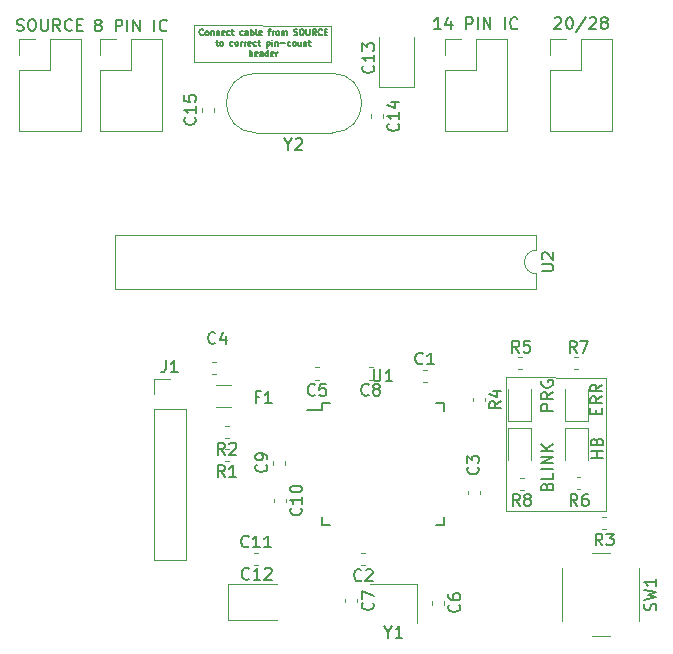
<source format=gbr>
G04 #@! TF.GenerationSoftware,KiCad,Pcbnew,5.1.5+dfsg1-2build2*
G04 #@! TF.CreationDate,2020-09-10T12:50:31-04:00*
G04 #@! TF.ProjectId,multi-avr,6d756c74-692d-4617-9672-2e6b69636164,rev?*
G04 #@! TF.SameCoordinates,Original*
G04 #@! TF.FileFunction,Legend,Top*
G04 #@! TF.FilePolarity,Positive*
%FSLAX46Y46*%
G04 Gerber Fmt 4.6, Leading zero omitted, Abs format (unit mm)*
G04 Created by KiCad (PCBNEW 5.1.5+dfsg1-2build2) date 2020-09-10 12:50:31*
%MOMM*%
%LPD*%
G04 APERTURE LIST*
%ADD10C,0.120000*%
%ADD11C,0.127000*%
%ADD12C,0.150000*%
G04 APERTURE END LIST*
D10*
X144925000Y-68850000D02*
X144925000Y-65700000D01*
X145250000Y-68850000D02*
X144925000Y-68850000D01*
X156500000Y-68850000D02*
X145250000Y-68850000D01*
X156500000Y-65775000D02*
X156500000Y-68850000D01*
X144950000Y-65700000D02*
X156500000Y-65775000D01*
D11*
X145670809Y-66492428D02*
X145646619Y-66516619D01*
X145574047Y-66540809D01*
X145525666Y-66540809D01*
X145453095Y-66516619D01*
X145404714Y-66468238D01*
X145380523Y-66419857D01*
X145356333Y-66323095D01*
X145356333Y-66250523D01*
X145380523Y-66153761D01*
X145404714Y-66105380D01*
X145453095Y-66057000D01*
X145525666Y-66032809D01*
X145574047Y-66032809D01*
X145646619Y-66057000D01*
X145670809Y-66081190D01*
X145961095Y-66540809D02*
X145912714Y-66516619D01*
X145888523Y-66492428D01*
X145864333Y-66444047D01*
X145864333Y-66298904D01*
X145888523Y-66250523D01*
X145912714Y-66226333D01*
X145961095Y-66202142D01*
X146033666Y-66202142D01*
X146082047Y-66226333D01*
X146106238Y-66250523D01*
X146130428Y-66298904D01*
X146130428Y-66444047D01*
X146106238Y-66492428D01*
X146082047Y-66516619D01*
X146033666Y-66540809D01*
X145961095Y-66540809D01*
X146348142Y-66202142D02*
X146348142Y-66540809D01*
X146348142Y-66250523D02*
X146372333Y-66226333D01*
X146420714Y-66202142D01*
X146493285Y-66202142D01*
X146541666Y-66226333D01*
X146565857Y-66274714D01*
X146565857Y-66540809D01*
X146807761Y-66202142D02*
X146807761Y-66540809D01*
X146807761Y-66250523D02*
X146831952Y-66226333D01*
X146880333Y-66202142D01*
X146952904Y-66202142D01*
X147001285Y-66226333D01*
X147025476Y-66274714D01*
X147025476Y-66540809D01*
X147460904Y-66516619D02*
X147412523Y-66540809D01*
X147315761Y-66540809D01*
X147267380Y-66516619D01*
X147243190Y-66468238D01*
X147243190Y-66274714D01*
X147267380Y-66226333D01*
X147315761Y-66202142D01*
X147412523Y-66202142D01*
X147460904Y-66226333D01*
X147485095Y-66274714D01*
X147485095Y-66323095D01*
X147243190Y-66371476D01*
X147920523Y-66516619D02*
X147872142Y-66540809D01*
X147775380Y-66540809D01*
X147727000Y-66516619D01*
X147702809Y-66492428D01*
X147678619Y-66444047D01*
X147678619Y-66298904D01*
X147702809Y-66250523D01*
X147727000Y-66226333D01*
X147775380Y-66202142D01*
X147872142Y-66202142D01*
X147920523Y-66226333D01*
X148065666Y-66202142D02*
X148259190Y-66202142D01*
X148138238Y-66032809D02*
X148138238Y-66468238D01*
X148162428Y-66516619D01*
X148210809Y-66540809D01*
X148259190Y-66540809D01*
X149033285Y-66516619D02*
X148984904Y-66540809D01*
X148888142Y-66540809D01*
X148839761Y-66516619D01*
X148815571Y-66492428D01*
X148791380Y-66444047D01*
X148791380Y-66298904D01*
X148815571Y-66250523D01*
X148839761Y-66226333D01*
X148888142Y-66202142D01*
X148984904Y-66202142D01*
X149033285Y-66226333D01*
X149468714Y-66540809D02*
X149468714Y-66274714D01*
X149444523Y-66226333D01*
X149396142Y-66202142D01*
X149299380Y-66202142D01*
X149251000Y-66226333D01*
X149468714Y-66516619D02*
X149420333Y-66540809D01*
X149299380Y-66540809D01*
X149251000Y-66516619D01*
X149226809Y-66468238D01*
X149226809Y-66419857D01*
X149251000Y-66371476D01*
X149299380Y-66347285D01*
X149420333Y-66347285D01*
X149468714Y-66323095D01*
X149710619Y-66540809D02*
X149710619Y-66032809D01*
X149710619Y-66226333D02*
X149759000Y-66202142D01*
X149855761Y-66202142D01*
X149904142Y-66226333D01*
X149928333Y-66250523D01*
X149952523Y-66298904D01*
X149952523Y-66444047D01*
X149928333Y-66492428D01*
X149904142Y-66516619D01*
X149855761Y-66540809D01*
X149759000Y-66540809D01*
X149710619Y-66516619D01*
X150242809Y-66540809D02*
X150194428Y-66516619D01*
X150170238Y-66468238D01*
X150170238Y-66032809D01*
X150629857Y-66516619D02*
X150581476Y-66540809D01*
X150484714Y-66540809D01*
X150436333Y-66516619D01*
X150412142Y-66468238D01*
X150412142Y-66274714D01*
X150436333Y-66226333D01*
X150484714Y-66202142D01*
X150581476Y-66202142D01*
X150629857Y-66226333D01*
X150654047Y-66274714D01*
X150654047Y-66323095D01*
X150412142Y-66371476D01*
X151186238Y-66202142D02*
X151379761Y-66202142D01*
X151258809Y-66540809D02*
X151258809Y-66105380D01*
X151283000Y-66057000D01*
X151331380Y-66032809D01*
X151379761Y-66032809D01*
X151549095Y-66540809D02*
X151549095Y-66202142D01*
X151549095Y-66298904D02*
X151573285Y-66250523D01*
X151597476Y-66226333D01*
X151645857Y-66202142D01*
X151694238Y-66202142D01*
X151936142Y-66540809D02*
X151887761Y-66516619D01*
X151863571Y-66492428D01*
X151839380Y-66444047D01*
X151839380Y-66298904D01*
X151863571Y-66250523D01*
X151887761Y-66226333D01*
X151936142Y-66202142D01*
X152008714Y-66202142D01*
X152057095Y-66226333D01*
X152081285Y-66250523D01*
X152105476Y-66298904D01*
X152105476Y-66444047D01*
X152081285Y-66492428D01*
X152057095Y-66516619D01*
X152008714Y-66540809D01*
X151936142Y-66540809D01*
X152323190Y-66540809D02*
X152323190Y-66202142D01*
X152323190Y-66250523D02*
X152347380Y-66226333D01*
X152395761Y-66202142D01*
X152468333Y-66202142D01*
X152516714Y-66226333D01*
X152540904Y-66274714D01*
X152540904Y-66540809D01*
X152540904Y-66274714D02*
X152565095Y-66226333D01*
X152613476Y-66202142D01*
X152686047Y-66202142D01*
X152734428Y-66226333D01*
X152758619Y-66274714D01*
X152758619Y-66540809D01*
X153363380Y-66516619D02*
X153435952Y-66540809D01*
X153556904Y-66540809D01*
X153605285Y-66516619D01*
X153629476Y-66492428D01*
X153653666Y-66444047D01*
X153653666Y-66395666D01*
X153629476Y-66347285D01*
X153605285Y-66323095D01*
X153556904Y-66298904D01*
X153460142Y-66274714D01*
X153411761Y-66250523D01*
X153387571Y-66226333D01*
X153363380Y-66177952D01*
X153363380Y-66129571D01*
X153387571Y-66081190D01*
X153411761Y-66057000D01*
X153460142Y-66032809D01*
X153581095Y-66032809D01*
X153653666Y-66057000D01*
X153968142Y-66032809D02*
X154064904Y-66032809D01*
X154113285Y-66057000D01*
X154161666Y-66105380D01*
X154185857Y-66202142D01*
X154185857Y-66371476D01*
X154161666Y-66468238D01*
X154113285Y-66516619D01*
X154064904Y-66540809D01*
X153968142Y-66540809D01*
X153919761Y-66516619D01*
X153871380Y-66468238D01*
X153847190Y-66371476D01*
X153847190Y-66202142D01*
X153871380Y-66105380D01*
X153919761Y-66057000D01*
X153968142Y-66032809D01*
X154403571Y-66032809D02*
X154403571Y-66444047D01*
X154427761Y-66492428D01*
X154451952Y-66516619D01*
X154500333Y-66540809D01*
X154597095Y-66540809D01*
X154645476Y-66516619D01*
X154669666Y-66492428D01*
X154693857Y-66444047D01*
X154693857Y-66032809D01*
X155226047Y-66540809D02*
X155056714Y-66298904D01*
X154935761Y-66540809D02*
X154935761Y-66032809D01*
X155129285Y-66032809D01*
X155177666Y-66057000D01*
X155201857Y-66081190D01*
X155226047Y-66129571D01*
X155226047Y-66202142D01*
X155201857Y-66250523D01*
X155177666Y-66274714D01*
X155129285Y-66298904D01*
X154935761Y-66298904D01*
X155734047Y-66492428D02*
X155709857Y-66516619D01*
X155637285Y-66540809D01*
X155588904Y-66540809D01*
X155516333Y-66516619D01*
X155467952Y-66468238D01*
X155443761Y-66419857D01*
X155419571Y-66323095D01*
X155419571Y-66250523D01*
X155443761Y-66153761D01*
X155467952Y-66105380D01*
X155516333Y-66057000D01*
X155588904Y-66032809D01*
X155637285Y-66032809D01*
X155709857Y-66057000D01*
X155734047Y-66081190D01*
X155951761Y-66274714D02*
X156121095Y-66274714D01*
X156193666Y-66540809D02*
X155951761Y-66540809D01*
X155951761Y-66032809D01*
X156193666Y-66032809D01*
X146771476Y-67091142D02*
X146965000Y-67091142D01*
X146844047Y-66921809D02*
X146844047Y-67357238D01*
X146868238Y-67405619D01*
X146916619Y-67429809D01*
X146965000Y-67429809D01*
X147206904Y-67429809D02*
X147158523Y-67405619D01*
X147134333Y-67381428D01*
X147110142Y-67333047D01*
X147110142Y-67187904D01*
X147134333Y-67139523D01*
X147158523Y-67115333D01*
X147206904Y-67091142D01*
X147279476Y-67091142D01*
X147327857Y-67115333D01*
X147352047Y-67139523D01*
X147376238Y-67187904D01*
X147376238Y-67333047D01*
X147352047Y-67381428D01*
X147327857Y-67405619D01*
X147279476Y-67429809D01*
X147206904Y-67429809D01*
X148198714Y-67405619D02*
X148150333Y-67429809D01*
X148053571Y-67429809D01*
X148005190Y-67405619D01*
X147981000Y-67381428D01*
X147956809Y-67333047D01*
X147956809Y-67187904D01*
X147981000Y-67139523D01*
X148005190Y-67115333D01*
X148053571Y-67091142D01*
X148150333Y-67091142D01*
X148198714Y-67115333D01*
X148489000Y-67429809D02*
X148440619Y-67405619D01*
X148416428Y-67381428D01*
X148392238Y-67333047D01*
X148392238Y-67187904D01*
X148416428Y-67139523D01*
X148440619Y-67115333D01*
X148489000Y-67091142D01*
X148561571Y-67091142D01*
X148609952Y-67115333D01*
X148634142Y-67139523D01*
X148658333Y-67187904D01*
X148658333Y-67333047D01*
X148634142Y-67381428D01*
X148609952Y-67405619D01*
X148561571Y-67429809D01*
X148489000Y-67429809D01*
X148876047Y-67429809D02*
X148876047Y-67091142D01*
X148876047Y-67187904D02*
X148900238Y-67139523D01*
X148924428Y-67115333D01*
X148972809Y-67091142D01*
X149021190Y-67091142D01*
X149190523Y-67429809D02*
X149190523Y-67091142D01*
X149190523Y-67187904D02*
X149214714Y-67139523D01*
X149238904Y-67115333D01*
X149287285Y-67091142D01*
X149335666Y-67091142D01*
X149698523Y-67405619D02*
X149650142Y-67429809D01*
X149553380Y-67429809D01*
X149505000Y-67405619D01*
X149480809Y-67357238D01*
X149480809Y-67163714D01*
X149505000Y-67115333D01*
X149553380Y-67091142D01*
X149650142Y-67091142D01*
X149698523Y-67115333D01*
X149722714Y-67163714D01*
X149722714Y-67212095D01*
X149480809Y-67260476D01*
X150158142Y-67405619D02*
X150109761Y-67429809D01*
X150013000Y-67429809D01*
X149964619Y-67405619D01*
X149940428Y-67381428D01*
X149916238Y-67333047D01*
X149916238Y-67187904D01*
X149940428Y-67139523D01*
X149964619Y-67115333D01*
X150013000Y-67091142D01*
X150109761Y-67091142D01*
X150158142Y-67115333D01*
X150303285Y-67091142D02*
X150496809Y-67091142D01*
X150375857Y-66921809D02*
X150375857Y-67357238D01*
X150400047Y-67405619D01*
X150448428Y-67429809D01*
X150496809Y-67429809D01*
X151053190Y-67091142D02*
X151053190Y-67599142D01*
X151053190Y-67115333D02*
X151101571Y-67091142D01*
X151198333Y-67091142D01*
X151246714Y-67115333D01*
X151270904Y-67139523D01*
X151295095Y-67187904D01*
X151295095Y-67333047D01*
X151270904Y-67381428D01*
X151246714Y-67405619D01*
X151198333Y-67429809D01*
X151101571Y-67429809D01*
X151053190Y-67405619D01*
X151512809Y-67429809D02*
X151512809Y-67091142D01*
X151512809Y-66921809D02*
X151488619Y-66946000D01*
X151512809Y-66970190D01*
X151537000Y-66946000D01*
X151512809Y-66921809D01*
X151512809Y-66970190D01*
X151754714Y-67091142D02*
X151754714Y-67429809D01*
X151754714Y-67139523D02*
X151778904Y-67115333D01*
X151827285Y-67091142D01*
X151899857Y-67091142D01*
X151948238Y-67115333D01*
X151972428Y-67163714D01*
X151972428Y-67429809D01*
X152214333Y-67236285D02*
X152601380Y-67236285D01*
X153061000Y-67405619D02*
X153012619Y-67429809D01*
X152915857Y-67429809D01*
X152867476Y-67405619D01*
X152843285Y-67381428D01*
X152819095Y-67333047D01*
X152819095Y-67187904D01*
X152843285Y-67139523D01*
X152867476Y-67115333D01*
X152915857Y-67091142D01*
X153012619Y-67091142D01*
X153061000Y-67115333D01*
X153351285Y-67429809D02*
X153302904Y-67405619D01*
X153278714Y-67381428D01*
X153254523Y-67333047D01*
X153254523Y-67187904D01*
X153278714Y-67139523D01*
X153302904Y-67115333D01*
X153351285Y-67091142D01*
X153423857Y-67091142D01*
X153472238Y-67115333D01*
X153496428Y-67139523D01*
X153520619Y-67187904D01*
X153520619Y-67333047D01*
X153496428Y-67381428D01*
X153472238Y-67405619D01*
X153423857Y-67429809D01*
X153351285Y-67429809D01*
X153956047Y-67091142D02*
X153956047Y-67429809D01*
X153738333Y-67091142D02*
X153738333Y-67357238D01*
X153762523Y-67405619D01*
X153810904Y-67429809D01*
X153883476Y-67429809D01*
X153931857Y-67405619D01*
X153956047Y-67381428D01*
X154197952Y-67091142D02*
X154197952Y-67429809D01*
X154197952Y-67139523D02*
X154222142Y-67115333D01*
X154270523Y-67091142D01*
X154343095Y-67091142D01*
X154391476Y-67115333D01*
X154415666Y-67163714D01*
X154415666Y-67429809D01*
X154585000Y-67091142D02*
X154778523Y-67091142D01*
X154657571Y-66921809D02*
X154657571Y-67357238D01*
X154681761Y-67405619D01*
X154730142Y-67429809D01*
X154778523Y-67429809D01*
X149613857Y-68318809D02*
X149613857Y-67810809D01*
X149831571Y-68318809D02*
X149831571Y-68052714D01*
X149807380Y-68004333D01*
X149759000Y-67980142D01*
X149686428Y-67980142D01*
X149638047Y-68004333D01*
X149613857Y-68028523D01*
X150267000Y-68294619D02*
X150218619Y-68318809D01*
X150121857Y-68318809D01*
X150073476Y-68294619D01*
X150049285Y-68246238D01*
X150049285Y-68052714D01*
X150073476Y-68004333D01*
X150121857Y-67980142D01*
X150218619Y-67980142D01*
X150267000Y-68004333D01*
X150291190Y-68052714D01*
X150291190Y-68101095D01*
X150049285Y-68149476D01*
X150726619Y-68318809D02*
X150726619Y-68052714D01*
X150702428Y-68004333D01*
X150654047Y-67980142D01*
X150557285Y-67980142D01*
X150508904Y-68004333D01*
X150726619Y-68294619D02*
X150678238Y-68318809D01*
X150557285Y-68318809D01*
X150508904Y-68294619D01*
X150484714Y-68246238D01*
X150484714Y-68197857D01*
X150508904Y-68149476D01*
X150557285Y-68125285D01*
X150678238Y-68125285D01*
X150726619Y-68101095D01*
X151186238Y-68318809D02*
X151186238Y-67810809D01*
X151186238Y-68294619D02*
X151137857Y-68318809D01*
X151041095Y-68318809D01*
X150992714Y-68294619D01*
X150968523Y-68270428D01*
X150944333Y-68222047D01*
X150944333Y-68076904D01*
X150968523Y-68028523D01*
X150992714Y-68004333D01*
X151041095Y-67980142D01*
X151137857Y-67980142D01*
X151186238Y-68004333D01*
X151621666Y-68294619D02*
X151573285Y-68318809D01*
X151476523Y-68318809D01*
X151428142Y-68294619D01*
X151403952Y-68246238D01*
X151403952Y-68052714D01*
X151428142Y-68004333D01*
X151476523Y-67980142D01*
X151573285Y-67980142D01*
X151621666Y-68004333D01*
X151645857Y-68052714D01*
X151645857Y-68101095D01*
X151403952Y-68149476D01*
X151863571Y-68318809D02*
X151863571Y-67980142D01*
X151863571Y-68076904D02*
X151887761Y-68028523D01*
X151911952Y-68004333D01*
X151960333Y-67980142D01*
X152008714Y-67980142D01*
D10*
X179800000Y-95550000D02*
X179800000Y-106800000D01*
X171300000Y-106850000D02*
X179800000Y-106850000D01*
X171300000Y-95525000D02*
X171300000Y-106850000D01*
X179800000Y-95550000D02*
X171300000Y-95525000D01*
X173881220Y-86758600D02*
G75*
G02X173881220Y-84758600I0J1000000D01*
G01*
X173881220Y-84758600D02*
X173881220Y-83508600D01*
X173881220Y-83508600D02*
X138201220Y-83508600D01*
X138201220Y-83508600D02*
X138201220Y-88008600D01*
X138201220Y-88008600D02*
X173881220Y-88008600D01*
X173881220Y-88008600D02*
X173881220Y-86758600D01*
X175049000Y-74656000D02*
X180249000Y-74656000D01*
X175049000Y-69516000D02*
X175049000Y-74656000D01*
X180249000Y-66916000D02*
X180249000Y-74656000D01*
X175049000Y-69516000D02*
X177649000Y-69516000D01*
X177649000Y-69516000D02*
X177649000Y-66916000D01*
X177649000Y-66916000D02*
X180249000Y-66916000D01*
X175049000Y-68246000D02*
X175049000Y-66916000D01*
X175049000Y-66916000D02*
X176379000Y-66916000D01*
X163560000Y-70960000D02*
X163560000Y-66750000D01*
X160540000Y-70960000D02*
X163560000Y-70960000D01*
X160540000Y-66750000D02*
X160540000Y-70960000D01*
X147740000Y-116060000D02*
X151950000Y-116060000D01*
X147740000Y-113040000D02*
X147740000Y-116060000D01*
X151950000Y-113040000D02*
X147740000Y-113040000D01*
X172800279Y-104015000D02*
X172474721Y-104015000D01*
X172800279Y-105035000D02*
X172474721Y-105035000D01*
X177402779Y-93815000D02*
X177077221Y-93815000D01*
X177402779Y-94835000D02*
X177077221Y-94835000D01*
X177287221Y-105010000D02*
X177612779Y-105010000D01*
X177287221Y-103990000D02*
X177612779Y-103990000D01*
X172697779Y-93815000D02*
X172372221Y-93815000D01*
X172697779Y-94835000D02*
X172372221Y-94835000D01*
X168490000Y-97237221D02*
X168490000Y-97562779D01*
X169510000Y-97237221D02*
X169510000Y-97562779D01*
X179800279Y-107365000D02*
X179474721Y-107365000D01*
X179800279Y-108385000D02*
X179474721Y-108385000D01*
X147850279Y-99665000D02*
X147524721Y-99665000D01*
X147850279Y-100685000D02*
X147524721Y-100685000D01*
X147825279Y-101565000D02*
X147499721Y-101565000D01*
X147825279Y-102585000D02*
X147499721Y-102585000D01*
X176295000Y-99809000D02*
X176295000Y-102494000D01*
X178215000Y-99809000D02*
X176295000Y-99809000D01*
X178215000Y-102494000D02*
X178215000Y-99809000D01*
X146560000Y-73037779D02*
X146560000Y-72712221D01*
X145540000Y-73037779D02*
X145540000Y-72712221D01*
X160910000Y-73562779D02*
X160910000Y-73237221D01*
X159890000Y-73562779D02*
X159890000Y-73237221D01*
X149999721Y-111410000D02*
X150325279Y-111410000D01*
X149999721Y-110390000D02*
X150325279Y-110390000D01*
X151640000Y-105787221D02*
X151640000Y-106112779D01*
X152660000Y-105787221D02*
X152660000Y-106112779D01*
X152585000Y-102912779D02*
X152585000Y-102587221D01*
X151565000Y-102912779D02*
X151565000Y-102587221D01*
X160012779Y-94690000D02*
X159687221Y-94690000D01*
X160012779Y-95710000D02*
X159687221Y-95710000D01*
X157715000Y-114262221D02*
X157715000Y-114587779D01*
X158735000Y-114262221D02*
X158735000Y-114587779D01*
X165040000Y-114437221D02*
X165040000Y-114762779D01*
X166060000Y-114437221D02*
X166060000Y-114762779D01*
X155462779Y-94690000D02*
X155137221Y-94690000D01*
X155462779Y-95710000D02*
X155137221Y-95710000D01*
X146725279Y-94215000D02*
X146399721Y-94215000D01*
X146725279Y-95235000D02*
X146399721Y-95235000D01*
X168065000Y-105112221D02*
X168065000Y-105437779D01*
X169085000Y-105112221D02*
X169085000Y-105437779D01*
X159400279Y-110390000D02*
X159074721Y-110390000D01*
X159400279Y-111410000D02*
X159074721Y-111410000D01*
X164272221Y-95910000D02*
X164597779Y-95910000D01*
X164272221Y-94890000D02*
X164597779Y-94890000D01*
D12*
X155700000Y-98250000D02*
X154425000Y-98250000D01*
X166050000Y-97675000D02*
X165375000Y-97675000D01*
X166050000Y-108025000D02*
X165375000Y-108025000D01*
X155700000Y-108025000D02*
X156375000Y-108025000D01*
X155700000Y-97675000D02*
X156375000Y-97675000D01*
X155700000Y-108025000D02*
X155700000Y-107350000D01*
X166050000Y-108025000D02*
X166050000Y-107350000D01*
X166050000Y-97675000D02*
X166050000Y-98350000D01*
X155700000Y-97675000D02*
X155700000Y-98250000D01*
D10*
X141521000Y-95630000D02*
X142851000Y-95630000D01*
X141521000Y-96960000D02*
X141521000Y-95630000D01*
X141521000Y-98230000D02*
X144181000Y-98230000D01*
X144181000Y-98230000D02*
X144181000Y-110990000D01*
X141521000Y-98230000D02*
X141521000Y-110990000D01*
X141521000Y-110990000D02*
X144181000Y-110990000D01*
X178586000Y-117426000D02*
X180086000Y-117426000D01*
X182586000Y-116176000D02*
X182586000Y-111676000D01*
X180086000Y-110426000D02*
X178586000Y-110426000D01*
X176086000Y-111676000D02*
X176086000Y-116176000D01*
X171469000Y-99809000D02*
X171469000Y-102494000D01*
X173389000Y-99809000D02*
X171469000Y-99809000D01*
X173389000Y-102494000D02*
X173389000Y-99809000D01*
X173389000Y-99213000D02*
X173389000Y-96528000D01*
X171469000Y-99213000D02*
X173389000Y-99213000D01*
X171469000Y-96528000D02*
X171469000Y-99213000D01*
X178215000Y-99213000D02*
X178215000Y-96528000D01*
X176295000Y-99213000D02*
X178215000Y-99213000D01*
X176295000Y-96528000D02*
X176295000Y-99213000D01*
X136949000Y-66916000D02*
X138279000Y-66916000D01*
X136949000Y-68246000D02*
X136949000Y-66916000D01*
X139549000Y-66916000D02*
X142149000Y-66916000D01*
X139549000Y-69516000D02*
X139549000Y-66916000D01*
X136949000Y-69516000D02*
X139549000Y-69516000D01*
X142149000Y-66916000D02*
X142149000Y-74656000D01*
X136949000Y-69516000D02*
X136949000Y-74656000D01*
X136949000Y-74656000D02*
X142149000Y-74656000D01*
X166159000Y-74656000D02*
X171359000Y-74656000D01*
X166159000Y-69516000D02*
X166159000Y-74656000D01*
X171359000Y-66916000D02*
X171359000Y-74656000D01*
X166159000Y-69516000D02*
X168759000Y-69516000D01*
X168759000Y-69516000D02*
X168759000Y-66916000D01*
X168759000Y-66916000D02*
X171359000Y-66916000D01*
X166159000Y-68246000D02*
X166159000Y-66916000D01*
X166159000Y-66916000D02*
X167489000Y-66916000D01*
X130091000Y-66916000D02*
X131421000Y-66916000D01*
X130091000Y-68246000D02*
X130091000Y-66916000D01*
X132691000Y-66916000D02*
X135291000Y-66916000D01*
X132691000Y-69516000D02*
X132691000Y-66916000D01*
X130091000Y-69516000D02*
X132691000Y-69516000D01*
X135291000Y-66916000D02*
X135291000Y-74656000D01*
X130091000Y-69516000D02*
X130091000Y-74656000D01*
X130091000Y-74656000D02*
X135291000Y-74656000D01*
X148002064Y-98035000D02*
X146797936Y-98035000D01*
X148002064Y-96215000D02*
X146797936Y-96215000D01*
X156565000Y-74821000D02*
X150165000Y-74821000D01*
X156565000Y-69771000D02*
X150165000Y-69771000D01*
X156565000Y-69771000D02*
G75*
G02X156565000Y-74821000I0J-2525000D01*
G01*
X150165000Y-69771000D02*
G75*
G03X150165000Y-74821000I0J-2525000D01*
G01*
X163817000Y-116302000D02*
X163817000Y-113002000D01*
X163817000Y-113002000D02*
X159817000Y-113002000D01*
D12*
X174333600Y-86520504D02*
X175143124Y-86520504D01*
X175238362Y-86472885D01*
X175285981Y-86425266D01*
X175333600Y-86330028D01*
X175333600Y-86139552D01*
X175285981Y-86044314D01*
X175238362Y-85996695D01*
X175143124Y-85949076D01*
X174333600Y-85949076D01*
X174428839Y-85520504D02*
X174381220Y-85472885D01*
X174333600Y-85377647D01*
X174333600Y-85139552D01*
X174381220Y-85044314D01*
X174428839Y-84996695D01*
X174524077Y-84949076D01*
X174619315Y-84949076D01*
X174762172Y-84996695D01*
X175333600Y-85568123D01*
X175333600Y-84949076D01*
X175436904Y-65122619D02*
X175484523Y-65075000D01*
X175579761Y-65027380D01*
X175817857Y-65027380D01*
X175913095Y-65075000D01*
X175960714Y-65122619D01*
X176008333Y-65217857D01*
X176008333Y-65313095D01*
X175960714Y-65455952D01*
X175389285Y-66027380D01*
X176008333Y-66027380D01*
X176627380Y-65027380D02*
X176722619Y-65027380D01*
X176817857Y-65075000D01*
X176865476Y-65122619D01*
X176913095Y-65217857D01*
X176960714Y-65408333D01*
X176960714Y-65646428D01*
X176913095Y-65836904D01*
X176865476Y-65932142D01*
X176817857Y-65979761D01*
X176722619Y-66027380D01*
X176627380Y-66027380D01*
X176532142Y-65979761D01*
X176484523Y-65932142D01*
X176436904Y-65836904D01*
X176389285Y-65646428D01*
X176389285Y-65408333D01*
X176436904Y-65217857D01*
X176484523Y-65122619D01*
X176532142Y-65075000D01*
X176627380Y-65027380D01*
X178103571Y-64979761D02*
X177246428Y-66265476D01*
X178389285Y-65122619D02*
X178436904Y-65075000D01*
X178532142Y-65027380D01*
X178770238Y-65027380D01*
X178865476Y-65075000D01*
X178913095Y-65122619D01*
X178960714Y-65217857D01*
X178960714Y-65313095D01*
X178913095Y-65455952D01*
X178341666Y-66027380D01*
X178960714Y-66027380D01*
X179532142Y-65455952D02*
X179436904Y-65408333D01*
X179389285Y-65360714D01*
X179341666Y-65265476D01*
X179341666Y-65217857D01*
X179389285Y-65122619D01*
X179436904Y-65075000D01*
X179532142Y-65027380D01*
X179722619Y-65027380D01*
X179817857Y-65075000D01*
X179865476Y-65122619D01*
X179913095Y-65217857D01*
X179913095Y-65265476D01*
X179865476Y-65360714D01*
X179817857Y-65408333D01*
X179722619Y-65455952D01*
X179532142Y-65455952D01*
X179436904Y-65503571D01*
X179389285Y-65551190D01*
X179341666Y-65646428D01*
X179341666Y-65836904D01*
X179389285Y-65932142D01*
X179436904Y-65979761D01*
X179532142Y-66027380D01*
X179722619Y-66027380D01*
X179817857Y-65979761D01*
X179865476Y-65932142D01*
X179913095Y-65836904D01*
X179913095Y-65646428D01*
X179865476Y-65551190D01*
X179817857Y-65503571D01*
X179722619Y-65455952D01*
X160057142Y-69142857D02*
X160104761Y-69190476D01*
X160152380Y-69333333D01*
X160152380Y-69428571D01*
X160104761Y-69571428D01*
X160009523Y-69666666D01*
X159914285Y-69714285D01*
X159723809Y-69761904D01*
X159580952Y-69761904D01*
X159390476Y-69714285D01*
X159295238Y-69666666D01*
X159200000Y-69571428D01*
X159152380Y-69428571D01*
X159152380Y-69333333D01*
X159200000Y-69190476D01*
X159247619Y-69142857D01*
X160152380Y-68190476D02*
X160152380Y-68761904D01*
X160152380Y-68476190D02*
X159152380Y-68476190D01*
X159295238Y-68571428D01*
X159390476Y-68666666D01*
X159438095Y-68761904D01*
X159152380Y-67857142D02*
X159152380Y-67238095D01*
X159533333Y-67571428D01*
X159533333Y-67428571D01*
X159580952Y-67333333D01*
X159628571Y-67285714D01*
X159723809Y-67238095D01*
X159961904Y-67238095D01*
X160057142Y-67285714D01*
X160104761Y-67333333D01*
X160152380Y-67428571D01*
X160152380Y-67714285D01*
X160104761Y-67809523D01*
X160057142Y-67857142D01*
X149557142Y-112557142D02*
X149509523Y-112604761D01*
X149366666Y-112652380D01*
X149271428Y-112652380D01*
X149128571Y-112604761D01*
X149033333Y-112509523D01*
X148985714Y-112414285D01*
X148938095Y-112223809D01*
X148938095Y-112080952D01*
X148985714Y-111890476D01*
X149033333Y-111795238D01*
X149128571Y-111700000D01*
X149271428Y-111652380D01*
X149366666Y-111652380D01*
X149509523Y-111700000D01*
X149557142Y-111747619D01*
X150509523Y-112652380D02*
X149938095Y-112652380D01*
X150223809Y-112652380D02*
X150223809Y-111652380D01*
X150128571Y-111795238D01*
X150033333Y-111890476D01*
X149938095Y-111938095D01*
X150890476Y-111747619D02*
X150938095Y-111700000D01*
X151033333Y-111652380D01*
X151271428Y-111652380D01*
X151366666Y-111700000D01*
X151414285Y-111747619D01*
X151461904Y-111842857D01*
X151461904Y-111938095D01*
X151414285Y-112080952D01*
X150842857Y-112652380D01*
X151461904Y-112652380D01*
X172470833Y-106407380D02*
X172137500Y-105931190D01*
X171899404Y-106407380D02*
X171899404Y-105407380D01*
X172280357Y-105407380D01*
X172375595Y-105455000D01*
X172423214Y-105502619D01*
X172470833Y-105597857D01*
X172470833Y-105740714D01*
X172423214Y-105835952D01*
X172375595Y-105883571D01*
X172280357Y-105931190D01*
X171899404Y-105931190D01*
X173042261Y-105835952D02*
X172947023Y-105788333D01*
X172899404Y-105740714D01*
X172851785Y-105645476D01*
X172851785Y-105597857D01*
X172899404Y-105502619D01*
X172947023Y-105455000D01*
X173042261Y-105407380D01*
X173232738Y-105407380D01*
X173327976Y-105455000D01*
X173375595Y-105502619D01*
X173423214Y-105597857D01*
X173423214Y-105645476D01*
X173375595Y-105740714D01*
X173327976Y-105788333D01*
X173232738Y-105835952D01*
X173042261Y-105835952D01*
X172947023Y-105883571D01*
X172899404Y-105931190D01*
X172851785Y-106026428D01*
X172851785Y-106216904D01*
X172899404Y-106312142D01*
X172947023Y-106359761D01*
X173042261Y-106407380D01*
X173232738Y-106407380D01*
X173327976Y-106359761D01*
X173375595Y-106312142D01*
X173423214Y-106216904D01*
X173423214Y-106026428D01*
X173375595Y-105931190D01*
X173327976Y-105883571D01*
X173232738Y-105835952D01*
X177283333Y-93452380D02*
X176950000Y-92976190D01*
X176711904Y-93452380D02*
X176711904Y-92452380D01*
X177092857Y-92452380D01*
X177188095Y-92500000D01*
X177235714Y-92547619D01*
X177283333Y-92642857D01*
X177283333Y-92785714D01*
X177235714Y-92880952D01*
X177188095Y-92928571D01*
X177092857Y-92976190D01*
X176711904Y-92976190D01*
X177616666Y-92452380D02*
X178283333Y-92452380D01*
X177854761Y-93452380D01*
X177358333Y-106402380D02*
X177025000Y-105926190D01*
X176786904Y-106402380D02*
X176786904Y-105402380D01*
X177167857Y-105402380D01*
X177263095Y-105450000D01*
X177310714Y-105497619D01*
X177358333Y-105592857D01*
X177358333Y-105735714D01*
X177310714Y-105830952D01*
X177263095Y-105878571D01*
X177167857Y-105926190D01*
X176786904Y-105926190D01*
X178215476Y-105402380D02*
X178025000Y-105402380D01*
X177929761Y-105450000D01*
X177882142Y-105497619D01*
X177786904Y-105640476D01*
X177739285Y-105830952D01*
X177739285Y-106211904D01*
X177786904Y-106307142D01*
X177834523Y-106354761D01*
X177929761Y-106402380D01*
X178120238Y-106402380D01*
X178215476Y-106354761D01*
X178263095Y-106307142D01*
X178310714Y-106211904D01*
X178310714Y-105973809D01*
X178263095Y-105878571D01*
X178215476Y-105830952D01*
X178120238Y-105783333D01*
X177929761Y-105783333D01*
X177834523Y-105830952D01*
X177786904Y-105878571D01*
X177739285Y-105973809D01*
X172433333Y-93427380D02*
X172100000Y-92951190D01*
X171861904Y-93427380D02*
X171861904Y-92427380D01*
X172242857Y-92427380D01*
X172338095Y-92475000D01*
X172385714Y-92522619D01*
X172433333Y-92617857D01*
X172433333Y-92760714D01*
X172385714Y-92855952D01*
X172338095Y-92903571D01*
X172242857Y-92951190D01*
X171861904Y-92951190D01*
X173338095Y-92427380D02*
X172861904Y-92427380D01*
X172814285Y-92903571D01*
X172861904Y-92855952D01*
X172957142Y-92808333D01*
X173195238Y-92808333D01*
X173290476Y-92855952D01*
X173338095Y-92903571D01*
X173385714Y-92998809D01*
X173385714Y-93236904D01*
X173338095Y-93332142D01*
X173290476Y-93379761D01*
X173195238Y-93427380D01*
X172957142Y-93427380D01*
X172861904Y-93379761D01*
X172814285Y-93332142D01*
X170882380Y-97566666D02*
X170406190Y-97900000D01*
X170882380Y-98138095D02*
X169882380Y-98138095D01*
X169882380Y-97757142D01*
X169930000Y-97661904D01*
X169977619Y-97614285D01*
X170072857Y-97566666D01*
X170215714Y-97566666D01*
X170310952Y-97614285D01*
X170358571Y-97661904D01*
X170406190Y-97757142D01*
X170406190Y-98138095D01*
X170215714Y-96709523D02*
X170882380Y-96709523D01*
X169834761Y-96947619D02*
X170549047Y-97185714D01*
X170549047Y-96566666D01*
X179470833Y-109757380D02*
X179137500Y-109281190D01*
X178899404Y-109757380D02*
X178899404Y-108757380D01*
X179280357Y-108757380D01*
X179375595Y-108805000D01*
X179423214Y-108852619D01*
X179470833Y-108947857D01*
X179470833Y-109090714D01*
X179423214Y-109185952D01*
X179375595Y-109233571D01*
X179280357Y-109281190D01*
X178899404Y-109281190D01*
X179804166Y-108757380D02*
X180423214Y-108757380D01*
X180089880Y-109138333D01*
X180232738Y-109138333D01*
X180327976Y-109185952D01*
X180375595Y-109233571D01*
X180423214Y-109328809D01*
X180423214Y-109566904D01*
X180375595Y-109662142D01*
X180327976Y-109709761D01*
X180232738Y-109757380D01*
X179947023Y-109757380D01*
X179851785Y-109709761D01*
X179804166Y-109662142D01*
X147520833Y-102057380D02*
X147187500Y-101581190D01*
X146949404Y-102057380D02*
X146949404Y-101057380D01*
X147330357Y-101057380D01*
X147425595Y-101105000D01*
X147473214Y-101152619D01*
X147520833Y-101247857D01*
X147520833Y-101390714D01*
X147473214Y-101485952D01*
X147425595Y-101533571D01*
X147330357Y-101581190D01*
X146949404Y-101581190D01*
X147901785Y-101152619D02*
X147949404Y-101105000D01*
X148044642Y-101057380D01*
X148282738Y-101057380D01*
X148377976Y-101105000D01*
X148425595Y-101152619D01*
X148473214Y-101247857D01*
X148473214Y-101343095D01*
X148425595Y-101485952D01*
X147854166Y-102057380D01*
X148473214Y-102057380D01*
X147495833Y-103957380D02*
X147162500Y-103481190D01*
X146924404Y-103957380D02*
X146924404Y-102957380D01*
X147305357Y-102957380D01*
X147400595Y-103005000D01*
X147448214Y-103052619D01*
X147495833Y-103147857D01*
X147495833Y-103290714D01*
X147448214Y-103385952D01*
X147400595Y-103433571D01*
X147305357Y-103481190D01*
X146924404Y-103481190D01*
X148448214Y-103957380D02*
X147876785Y-103957380D01*
X148162500Y-103957380D02*
X148162500Y-102957380D01*
X148067261Y-103100238D01*
X147972023Y-103195476D01*
X147876785Y-103243095D01*
X179502380Y-102335714D02*
X178502380Y-102335714D01*
X178978571Y-102335714D02*
X178978571Y-101764285D01*
X179502380Y-101764285D02*
X178502380Y-101764285D01*
X178978571Y-100954761D02*
X179026190Y-100811904D01*
X179073809Y-100764285D01*
X179169047Y-100716666D01*
X179311904Y-100716666D01*
X179407142Y-100764285D01*
X179454761Y-100811904D01*
X179502380Y-100907142D01*
X179502380Y-101288095D01*
X178502380Y-101288095D01*
X178502380Y-100954761D01*
X178550000Y-100859523D01*
X178597619Y-100811904D01*
X178692857Y-100764285D01*
X178788095Y-100764285D01*
X178883333Y-100811904D01*
X178930952Y-100859523D01*
X178978571Y-100954761D01*
X178978571Y-101288095D01*
X144977142Y-73517857D02*
X145024761Y-73565476D01*
X145072380Y-73708333D01*
X145072380Y-73803571D01*
X145024761Y-73946428D01*
X144929523Y-74041666D01*
X144834285Y-74089285D01*
X144643809Y-74136904D01*
X144500952Y-74136904D01*
X144310476Y-74089285D01*
X144215238Y-74041666D01*
X144120000Y-73946428D01*
X144072380Y-73803571D01*
X144072380Y-73708333D01*
X144120000Y-73565476D01*
X144167619Y-73517857D01*
X145072380Y-72565476D02*
X145072380Y-73136904D01*
X145072380Y-72851190D02*
X144072380Y-72851190D01*
X144215238Y-72946428D01*
X144310476Y-73041666D01*
X144358095Y-73136904D01*
X144072380Y-71660714D02*
X144072380Y-72136904D01*
X144548571Y-72184523D01*
X144500952Y-72136904D01*
X144453333Y-72041666D01*
X144453333Y-71803571D01*
X144500952Y-71708333D01*
X144548571Y-71660714D01*
X144643809Y-71613095D01*
X144881904Y-71613095D01*
X144977142Y-71660714D01*
X145024761Y-71708333D01*
X145072380Y-71803571D01*
X145072380Y-72041666D01*
X145024761Y-72136904D01*
X144977142Y-72184523D01*
X162182142Y-74042857D02*
X162229761Y-74090476D01*
X162277380Y-74233333D01*
X162277380Y-74328571D01*
X162229761Y-74471428D01*
X162134523Y-74566666D01*
X162039285Y-74614285D01*
X161848809Y-74661904D01*
X161705952Y-74661904D01*
X161515476Y-74614285D01*
X161420238Y-74566666D01*
X161325000Y-74471428D01*
X161277380Y-74328571D01*
X161277380Y-74233333D01*
X161325000Y-74090476D01*
X161372619Y-74042857D01*
X162277380Y-73090476D02*
X162277380Y-73661904D01*
X162277380Y-73376190D02*
X161277380Y-73376190D01*
X161420238Y-73471428D01*
X161515476Y-73566666D01*
X161563095Y-73661904D01*
X161610714Y-72233333D02*
X162277380Y-72233333D01*
X161229761Y-72471428D02*
X161944047Y-72709523D01*
X161944047Y-72090476D01*
X149519642Y-109827142D02*
X149472023Y-109874761D01*
X149329166Y-109922380D01*
X149233928Y-109922380D01*
X149091071Y-109874761D01*
X148995833Y-109779523D01*
X148948214Y-109684285D01*
X148900595Y-109493809D01*
X148900595Y-109350952D01*
X148948214Y-109160476D01*
X148995833Y-109065238D01*
X149091071Y-108970000D01*
X149233928Y-108922380D01*
X149329166Y-108922380D01*
X149472023Y-108970000D01*
X149519642Y-109017619D01*
X150472023Y-109922380D02*
X149900595Y-109922380D01*
X150186309Y-109922380D02*
X150186309Y-108922380D01*
X150091071Y-109065238D01*
X149995833Y-109160476D01*
X149900595Y-109208095D01*
X151424404Y-109922380D02*
X150852976Y-109922380D01*
X151138690Y-109922380D02*
X151138690Y-108922380D01*
X151043452Y-109065238D01*
X150948214Y-109160476D01*
X150852976Y-109208095D01*
X153937142Y-106592857D02*
X153984761Y-106640476D01*
X154032380Y-106783333D01*
X154032380Y-106878571D01*
X153984761Y-107021428D01*
X153889523Y-107116666D01*
X153794285Y-107164285D01*
X153603809Y-107211904D01*
X153460952Y-107211904D01*
X153270476Y-107164285D01*
X153175238Y-107116666D01*
X153080000Y-107021428D01*
X153032380Y-106878571D01*
X153032380Y-106783333D01*
X153080000Y-106640476D01*
X153127619Y-106592857D01*
X154032380Y-105640476D02*
X154032380Y-106211904D01*
X154032380Y-105926190D02*
X153032380Y-105926190D01*
X153175238Y-106021428D01*
X153270476Y-106116666D01*
X153318095Y-106211904D01*
X153032380Y-105021428D02*
X153032380Y-104926190D01*
X153080000Y-104830952D01*
X153127619Y-104783333D01*
X153222857Y-104735714D01*
X153413333Y-104688095D01*
X153651428Y-104688095D01*
X153841904Y-104735714D01*
X153937142Y-104783333D01*
X153984761Y-104830952D01*
X154032380Y-104926190D01*
X154032380Y-105021428D01*
X153984761Y-105116666D01*
X153937142Y-105164285D01*
X153841904Y-105211904D01*
X153651428Y-105259523D01*
X153413333Y-105259523D01*
X153222857Y-105211904D01*
X153127619Y-105164285D01*
X153080000Y-105116666D01*
X153032380Y-105021428D01*
X151002142Y-102916666D02*
X151049761Y-102964285D01*
X151097380Y-103107142D01*
X151097380Y-103202380D01*
X151049761Y-103345238D01*
X150954523Y-103440476D01*
X150859285Y-103488095D01*
X150668809Y-103535714D01*
X150525952Y-103535714D01*
X150335476Y-103488095D01*
X150240238Y-103440476D01*
X150145000Y-103345238D01*
X150097380Y-103202380D01*
X150097380Y-103107142D01*
X150145000Y-102964285D01*
X150192619Y-102916666D01*
X151097380Y-102440476D02*
X151097380Y-102250000D01*
X151049761Y-102154761D01*
X151002142Y-102107142D01*
X150859285Y-102011904D01*
X150668809Y-101964285D01*
X150287857Y-101964285D01*
X150192619Y-102011904D01*
X150145000Y-102059523D01*
X150097380Y-102154761D01*
X150097380Y-102345238D01*
X150145000Y-102440476D01*
X150192619Y-102488095D01*
X150287857Y-102535714D01*
X150525952Y-102535714D01*
X150621190Y-102488095D01*
X150668809Y-102440476D01*
X150716428Y-102345238D01*
X150716428Y-102154761D01*
X150668809Y-102059523D01*
X150621190Y-102011904D01*
X150525952Y-101964285D01*
X159683333Y-96987142D02*
X159635714Y-97034761D01*
X159492857Y-97082380D01*
X159397619Y-97082380D01*
X159254761Y-97034761D01*
X159159523Y-96939523D01*
X159111904Y-96844285D01*
X159064285Y-96653809D01*
X159064285Y-96510952D01*
X159111904Y-96320476D01*
X159159523Y-96225238D01*
X159254761Y-96130000D01*
X159397619Y-96082380D01*
X159492857Y-96082380D01*
X159635714Y-96130000D01*
X159683333Y-96177619D01*
X160254761Y-96510952D02*
X160159523Y-96463333D01*
X160111904Y-96415714D01*
X160064285Y-96320476D01*
X160064285Y-96272857D01*
X160111904Y-96177619D01*
X160159523Y-96130000D01*
X160254761Y-96082380D01*
X160445238Y-96082380D01*
X160540476Y-96130000D01*
X160588095Y-96177619D01*
X160635714Y-96272857D01*
X160635714Y-96320476D01*
X160588095Y-96415714D01*
X160540476Y-96463333D01*
X160445238Y-96510952D01*
X160254761Y-96510952D01*
X160159523Y-96558571D01*
X160111904Y-96606190D01*
X160064285Y-96701428D01*
X160064285Y-96891904D01*
X160111904Y-96987142D01*
X160159523Y-97034761D01*
X160254761Y-97082380D01*
X160445238Y-97082380D01*
X160540476Y-97034761D01*
X160588095Y-96987142D01*
X160635714Y-96891904D01*
X160635714Y-96701428D01*
X160588095Y-96606190D01*
X160540476Y-96558571D01*
X160445238Y-96510952D01*
X160012142Y-114591666D02*
X160059761Y-114639285D01*
X160107380Y-114782142D01*
X160107380Y-114877380D01*
X160059761Y-115020238D01*
X159964523Y-115115476D01*
X159869285Y-115163095D01*
X159678809Y-115210714D01*
X159535952Y-115210714D01*
X159345476Y-115163095D01*
X159250238Y-115115476D01*
X159155000Y-115020238D01*
X159107380Y-114877380D01*
X159107380Y-114782142D01*
X159155000Y-114639285D01*
X159202619Y-114591666D01*
X159107380Y-114258333D02*
X159107380Y-113591666D01*
X160107380Y-114020238D01*
X167337142Y-114766666D02*
X167384761Y-114814285D01*
X167432380Y-114957142D01*
X167432380Y-115052380D01*
X167384761Y-115195238D01*
X167289523Y-115290476D01*
X167194285Y-115338095D01*
X167003809Y-115385714D01*
X166860952Y-115385714D01*
X166670476Y-115338095D01*
X166575238Y-115290476D01*
X166480000Y-115195238D01*
X166432380Y-115052380D01*
X166432380Y-114957142D01*
X166480000Y-114814285D01*
X166527619Y-114766666D01*
X166432380Y-113909523D02*
X166432380Y-114100000D01*
X166480000Y-114195238D01*
X166527619Y-114242857D01*
X166670476Y-114338095D01*
X166860952Y-114385714D01*
X167241904Y-114385714D01*
X167337142Y-114338095D01*
X167384761Y-114290476D01*
X167432380Y-114195238D01*
X167432380Y-114004761D01*
X167384761Y-113909523D01*
X167337142Y-113861904D01*
X167241904Y-113814285D01*
X167003809Y-113814285D01*
X166908571Y-113861904D01*
X166860952Y-113909523D01*
X166813333Y-114004761D01*
X166813333Y-114195238D01*
X166860952Y-114290476D01*
X166908571Y-114338095D01*
X167003809Y-114385714D01*
X155133333Y-96987142D02*
X155085714Y-97034761D01*
X154942857Y-97082380D01*
X154847619Y-97082380D01*
X154704761Y-97034761D01*
X154609523Y-96939523D01*
X154561904Y-96844285D01*
X154514285Y-96653809D01*
X154514285Y-96510952D01*
X154561904Y-96320476D01*
X154609523Y-96225238D01*
X154704761Y-96130000D01*
X154847619Y-96082380D01*
X154942857Y-96082380D01*
X155085714Y-96130000D01*
X155133333Y-96177619D01*
X156038095Y-96082380D02*
X155561904Y-96082380D01*
X155514285Y-96558571D01*
X155561904Y-96510952D01*
X155657142Y-96463333D01*
X155895238Y-96463333D01*
X155990476Y-96510952D01*
X156038095Y-96558571D01*
X156085714Y-96653809D01*
X156085714Y-96891904D01*
X156038095Y-96987142D01*
X155990476Y-97034761D01*
X155895238Y-97082380D01*
X155657142Y-97082380D01*
X155561904Y-97034761D01*
X155514285Y-96987142D01*
X146708333Y-92607142D02*
X146660714Y-92654761D01*
X146517857Y-92702380D01*
X146422619Y-92702380D01*
X146279761Y-92654761D01*
X146184523Y-92559523D01*
X146136904Y-92464285D01*
X146089285Y-92273809D01*
X146089285Y-92130952D01*
X146136904Y-91940476D01*
X146184523Y-91845238D01*
X146279761Y-91750000D01*
X146422619Y-91702380D01*
X146517857Y-91702380D01*
X146660714Y-91750000D01*
X146708333Y-91797619D01*
X147565476Y-92035714D02*
X147565476Y-92702380D01*
X147327380Y-91654761D02*
X147089285Y-92369047D01*
X147708333Y-92369047D01*
X168932142Y-103116666D02*
X168979761Y-103164285D01*
X169027380Y-103307142D01*
X169027380Y-103402380D01*
X168979761Y-103545238D01*
X168884523Y-103640476D01*
X168789285Y-103688095D01*
X168598809Y-103735714D01*
X168455952Y-103735714D01*
X168265476Y-103688095D01*
X168170238Y-103640476D01*
X168075000Y-103545238D01*
X168027380Y-103402380D01*
X168027380Y-103307142D01*
X168075000Y-103164285D01*
X168122619Y-103116666D01*
X168027380Y-102783333D02*
X168027380Y-102164285D01*
X168408333Y-102497619D01*
X168408333Y-102354761D01*
X168455952Y-102259523D01*
X168503571Y-102211904D01*
X168598809Y-102164285D01*
X168836904Y-102164285D01*
X168932142Y-102211904D01*
X168979761Y-102259523D01*
X169027380Y-102354761D01*
X169027380Y-102640476D01*
X168979761Y-102735714D01*
X168932142Y-102783333D01*
X159070833Y-112687142D02*
X159023214Y-112734761D01*
X158880357Y-112782380D01*
X158785119Y-112782380D01*
X158642261Y-112734761D01*
X158547023Y-112639523D01*
X158499404Y-112544285D01*
X158451785Y-112353809D01*
X158451785Y-112210952D01*
X158499404Y-112020476D01*
X158547023Y-111925238D01*
X158642261Y-111830000D01*
X158785119Y-111782380D01*
X158880357Y-111782380D01*
X159023214Y-111830000D01*
X159070833Y-111877619D01*
X159451785Y-111877619D02*
X159499404Y-111830000D01*
X159594642Y-111782380D01*
X159832738Y-111782380D01*
X159927976Y-111830000D01*
X159975595Y-111877619D01*
X160023214Y-111972857D01*
X160023214Y-112068095D01*
X159975595Y-112210952D01*
X159404166Y-112782380D01*
X160023214Y-112782380D01*
X164268333Y-94327142D02*
X164220714Y-94374761D01*
X164077857Y-94422380D01*
X163982619Y-94422380D01*
X163839761Y-94374761D01*
X163744523Y-94279523D01*
X163696904Y-94184285D01*
X163649285Y-93993809D01*
X163649285Y-93850952D01*
X163696904Y-93660476D01*
X163744523Y-93565238D01*
X163839761Y-93470000D01*
X163982619Y-93422380D01*
X164077857Y-93422380D01*
X164220714Y-93470000D01*
X164268333Y-93517619D01*
X165220714Y-94422380D02*
X164649285Y-94422380D01*
X164935000Y-94422380D02*
X164935000Y-93422380D01*
X164839761Y-93565238D01*
X164744523Y-93660476D01*
X164649285Y-93708095D01*
X160113095Y-94852380D02*
X160113095Y-95661904D01*
X160160714Y-95757142D01*
X160208333Y-95804761D01*
X160303571Y-95852380D01*
X160494047Y-95852380D01*
X160589285Y-95804761D01*
X160636904Y-95757142D01*
X160684523Y-95661904D01*
X160684523Y-94852380D01*
X161684523Y-95852380D02*
X161113095Y-95852380D01*
X161398809Y-95852380D02*
X161398809Y-94852380D01*
X161303571Y-94995238D01*
X161208333Y-95090476D01*
X161113095Y-95138095D01*
X142517666Y-94082380D02*
X142517666Y-94796666D01*
X142470047Y-94939523D01*
X142374809Y-95034761D01*
X142231952Y-95082380D01*
X142136714Y-95082380D01*
X143517666Y-95082380D02*
X142946238Y-95082380D01*
X143231952Y-95082380D02*
X143231952Y-94082380D01*
X143136714Y-94225238D01*
X143041476Y-94320476D01*
X142946238Y-94368095D01*
X183990761Y-115259333D02*
X184038380Y-115116476D01*
X184038380Y-114878380D01*
X183990761Y-114783142D01*
X183943142Y-114735523D01*
X183847904Y-114687904D01*
X183752666Y-114687904D01*
X183657428Y-114735523D01*
X183609809Y-114783142D01*
X183562190Y-114878380D01*
X183514571Y-115068857D01*
X183466952Y-115164095D01*
X183419333Y-115211714D01*
X183324095Y-115259333D01*
X183228857Y-115259333D01*
X183133619Y-115211714D01*
X183086000Y-115164095D01*
X183038380Y-115068857D01*
X183038380Y-114830761D01*
X183086000Y-114687904D01*
X183038380Y-114354571D02*
X184038380Y-114116476D01*
X183324095Y-113926000D01*
X184038380Y-113735523D01*
X183038380Y-113497428D01*
X184038380Y-112592666D02*
X184038380Y-113164095D01*
X184038380Y-112878380D02*
X183038380Y-112878380D01*
X183181238Y-112973619D01*
X183276476Y-113068857D01*
X183324095Y-113164095D01*
X174778571Y-104770238D02*
X174826190Y-104627380D01*
X174873809Y-104579761D01*
X174969047Y-104532142D01*
X175111904Y-104532142D01*
X175207142Y-104579761D01*
X175254761Y-104627380D01*
X175302380Y-104722619D01*
X175302380Y-105103571D01*
X174302380Y-105103571D01*
X174302380Y-104770238D01*
X174350000Y-104675000D01*
X174397619Y-104627380D01*
X174492857Y-104579761D01*
X174588095Y-104579761D01*
X174683333Y-104627380D01*
X174730952Y-104675000D01*
X174778571Y-104770238D01*
X174778571Y-105103571D01*
X175302380Y-103627380D02*
X175302380Y-104103571D01*
X174302380Y-104103571D01*
X175302380Y-103294047D02*
X174302380Y-103294047D01*
X175302380Y-102817857D02*
X174302380Y-102817857D01*
X175302380Y-102246428D01*
X174302380Y-102246428D01*
X175302380Y-101770238D02*
X174302380Y-101770238D01*
X175302380Y-101198809D02*
X174730952Y-101627380D01*
X174302380Y-101198809D02*
X174873809Y-101770238D01*
X175302380Y-98336904D02*
X174302380Y-98336904D01*
X174302380Y-97955952D01*
X174350000Y-97860714D01*
X174397619Y-97813095D01*
X174492857Y-97765476D01*
X174635714Y-97765476D01*
X174730952Y-97813095D01*
X174778571Y-97860714D01*
X174826190Y-97955952D01*
X174826190Y-98336904D01*
X175302380Y-96765476D02*
X174826190Y-97098809D01*
X175302380Y-97336904D02*
X174302380Y-97336904D01*
X174302380Y-96955952D01*
X174350000Y-96860714D01*
X174397619Y-96813095D01*
X174492857Y-96765476D01*
X174635714Y-96765476D01*
X174730952Y-96813095D01*
X174778571Y-96860714D01*
X174826190Y-96955952D01*
X174826190Y-97336904D01*
X174350000Y-95813095D02*
X174302380Y-95908333D01*
X174302380Y-96051190D01*
X174350000Y-96194047D01*
X174445238Y-96289285D01*
X174540476Y-96336904D01*
X174730952Y-96384523D01*
X174873809Y-96384523D01*
X175064285Y-96336904D01*
X175159523Y-96289285D01*
X175254761Y-96194047D01*
X175302380Y-96051190D01*
X175302380Y-95955952D01*
X175254761Y-95813095D01*
X175207142Y-95765476D01*
X174873809Y-95765476D01*
X174873809Y-95955952D01*
X178928571Y-98614285D02*
X178928571Y-98280952D01*
X179452380Y-98138095D02*
X179452380Y-98614285D01*
X178452380Y-98614285D01*
X178452380Y-98138095D01*
X179452380Y-97138095D02*
X178976190Y-97471428D01*
X179452380Y-97709523D02*
X178452380Y-97709523D01*
X178452380Y-97328571D01*
X178500000Y-97233333D01*
X178547619Y-97185714D01*
X178642857Y-97138095D01*
X178785714Y-97138095D01*
X178880952Y-97185714D01*
X178928571Y-97233333D01*
X178976190Y-97328571D01*
X178976190Y-97709523D01*
X179452380Y-96138095D02*
X178976190Y-96471428D01*
X179452380Y-96709523D02*
X178452380Y-96709523D01*
X178452380Y-96328571D01*
X178500000Y-96233333D01*
X178547619Y-96185714D01*
X178642857Y-96138095D01*
X178785714Y-96138095D01*
X178880952Y-96185714D01*
X178928571Y-96233333D01*
X178976190Y-96328571D01*
X178976190Y-96709523D01*
X136692857Y-65655952D02*
X136597619Y-65608333D01*
X136550000Y-65560714D01*
X136502380Y-65465476D01*
X136502380Y-65417857D01*
X136550000Y-65322619D01*
X136597619Y-65275000D01*
X136692857Y-65227380D01*
X136883333Y-65227380D01*
X136978571Y-65275000D01*
X137026190Y-65322619D01*
X137073809Y-65417857D01*
X137073809Y-65465476D01*
X137026190Y-65560714D01*
X136978571Y-65608333D01*
X136883333Y-65655952D01*
X136692857Y-65655952D01*
X136597619Y-65703571D01*
X136550000Y-65751190D01*
X136502380Y-65846428D01*
X136502380Y-66036904D01*
X136550000Y-66132142D01*
X136597619Y-66179761D01*
X136692857Y-66227380D01*
X136883333Y-66227380D01*
X136978571Y-66179761D01*
X137026190Y-66132142D01*
X137073809Y-66036904D01*
X137073809Y-65846428D01*
X137026190Y-65751190D01*
X136978571Y-65703571D01*
X136883333Y-65655952D01*
X138264285Y-66227380D02*
X138264285Y-65227380D01*
X138645238Y-65227380D01*
X138740476Y-65275000D01*
X138788095Y-65322619D01*
X138835714Y-65417857D01*
X138835714Y-65560714D01*
X138788095Y-65655952D01*
X138740476Y-65703571D01*
X138645238Y-65751190D01*
X138264285Y-65751190D01*
X139264285Y-66227380D02*
X139264285Y-65227380D01*
X139740476Y-66227380D02*
X139740476Y-65227380D01*
X140311904Y-66227380D01*
X140311904Y-65227380D01*
X141550000Y-66227380D02*
X141550000Y-65227380D01*
X142597619Y-66132142D02*
X142550000Y-66179761D01*
X142407142Y-66227380D01*
X142311904Y-66227380D01*
X142169047Y-66179761D01*
X142073809Y-66084523D01*
X142026190Y-65989285D01*
X141978571Y-65798809D01*
X141978571Y-65655952D01*
X142026190Y-65465476D01*
X142073809Y-65370238D01*
X142169047Y-65275000D01*
X142311904Y-65227380D01*
X142407142Y-65227380D01*
X142550000Y-65275000D01*
X142597619Y-65322619D01*
X165806619Y-66052380D02*
X165235190Y-66052380D01*
X165520904Y-66052380D02*
X165520904Y-65052380D01*
X165425666Y-65195238D01*
X165330428Y-65290476D01*
X165235190Y-65338095D01*
X166663761Y-65385714D02*
X166663761Y-66052380D01*
X166425666Y-65004761D02*
X166187571Y-65719047D01*
X166806619Y-65719047D01*
X167949476Y-66052380D02*
X167949476Y-65052380D01*
X168330428Y-65052380D01*
X168425666Y-65100000D01*
X168473285Y-65147619D01*
X168520904Y-65242857D01*
X168520904Y-65385714D01*
X168473285Y-65480952D01*
X168425666Y-65528571D01*
X168330428Y-65576190D01*
X167949476Y-65576190D01*
X168949476Y-66052380D02*
X168949476Y-65052380D01*
X169425666Y-66052380D02*
X169425666Y-65052380D01*
X169997095Y-66052380D01*
X169997095Y-65052380D01*
X171235190Y-66052380D02*
X171235190Y-65052380D01*
X172282809Y-65957142D02*
X172235190Y-66004761D01*
X172092333Y-66052380D01*
X171997095Y-66052380D01*
X171854238Y-66004761D01*
X171759000Y-65909523D01*
X171711380Y-65814285D01*
X171663761Y-65623809D01*
X171663761Y-65480952D01*
X171711380Y-65290476D01*
X171759000Y-65195238D01*
X171854238Y-65100000D01*
X171997095Y-65052380D01*
X172092333Y-65052380D01*
X172235190Y-65100000D01*
X172282809Y-65147619D01*
X129905285Y-66154761D02*
X130048142Y-66202380D01*
X130286238Y-66202380D01*
X130381476Y-66154761D01*
X130429095Y-66107142D01*
X130476714Y-66011904D01*
X130476714Y-65916666D01*
X130429095Y-65821428D01*
X130381476Y-65773809D01*
X130286238Y-65726190D01*
X130095761Y-65678571D01*
X130000523Y-65630952D01*
X129952904Y-65583333D01*
X129905285Y-65488095D01*
X129905285Y-65392857D01*
X129952904Y-65297619D01*
X130000523Y-65250000D01*
X130095761Y-65202380D01*
X130333857Y-65202380D01*
X130476714Y-65250000D01*
X131095761Y-65202380D02*
X131286238Y-65202380D01*
X131381476Y-65250000D01*
X131476714Y-65345238D01*
X131524333Y-65535714D01*
X131524333Y-65869047D01*
X131476714Y-66059523D01*
X131381476Y-66154761D01*
X131286238Y-66202380D01*
X131095761Y-66202380D01*
X131000523Y-66154761D01*
X130905285Y-66059523D01*
X130857666Y-65869047D01*
X130857666Y-65535714D01*
X130905285Y-65345238D01*
X131000523Y-65250000D01*
X131095761Y-65202380D01*
X131952904Y-65202380D02*
X131952904Y-66011904D01*
X132000523Y-66107142D01*
X132048142Y-66154761D01*
X132143380Y-66202380D01*
X132333857Y-66202380D01*
X132429095Y-66154761D01*
X132476714Y-66107142D01*
X132524333Y-66011904D01*
X132524333Y-65202380D01*
X133571952Y-66202380D02*
X133238619Y-65726190D01*
X133000523Y-66202380D02*
X133000523Y-65202380D01*
X133381476Y-65202380D01*
X133476714Y-65250000D01*
X133524333Y-65297619D01*
X133571952Y-65392857D01*
X133571952Y-65535714D01*
X133524333Y-65630952D01*
X133476714Y-65678571D01*
X133381476Y-65726190D01*
X133000523Y-65726190D01*
X134571952Y-66107142D02*
X134524333Y-66154761D01*
X134381476Y-66202380D01*
X134286238Y-66202380D01*
X134143380Y-66154761D01*
X134048142Y-66059523D01*
X134000523Y-65964285D01*
X133952904Y-65773809D01*
X133952904Y-65630952D01*
X134000523Y-65440476D01*
X134048142Y-65345238D01*
X134143380Y-65250000D01*
X134286238Y-65202380D01*
X134381476Y-65202380D01*
X134524333Y-65250000D01*
X134571952Y-65297619D01*
X135000523Y-65678571D02*
X135333857Y-65678571D01*
X135476714Y-66202380D02*
X135000523Y-66202380D01*
X135000523Y-65202380D01*
X135476714Y-65202380D01*
X150441666Y-97178571D02*
X150108333Y-97178571D01*
X150108333Y-97702380D02*
X150108333Y-96702380D01*
X150584523Y-96702380D01*
X151489285Y-97702380D02*
X150917857Y-97702380D01*
X151203571Y-97702380D02*
X151203571Y-96702380D01*
X151108333Y-96845238D01*
X151013095Y-96940476D01*
X150917857Y-96988095D01*
X152888809Y-75797190D02*
X152888809Y-76273380D01*
X152555476Y-75273380D02*
X152888809Y-75797190D01*
X153222142Y-75273380D01*
X153507857Y-75368619D02*
X153555476Y-75321000D01*
X153650714Y-75273380D01*
X153888809Y-75273380D01*
X153984047Y-75321000D01*
X154031666Y-75368619D01*
X154079285Y-75463857D01*
X154079285Y-75559095D01*
X154031666Y-75701952D01*
X153460238Y-76273380D01*
X154079285Y-76273380D01*
X161340809Y-117078190D02*
X161340809Y-117554380D01*
X161007476Y-116554380D02*
X161340809Y-117078190D01*
X161674142Y-116554380D01*
X162531285Y-117554380D02*
X161959857Y-117554380D01*
X162245571Y-117554380D02*
X162245571Y-116554380D01*
X162150333Y-116697238D01*
X162055095Y-116792476D01*
X161959857Y-116840095D01*
M02*

</source>
